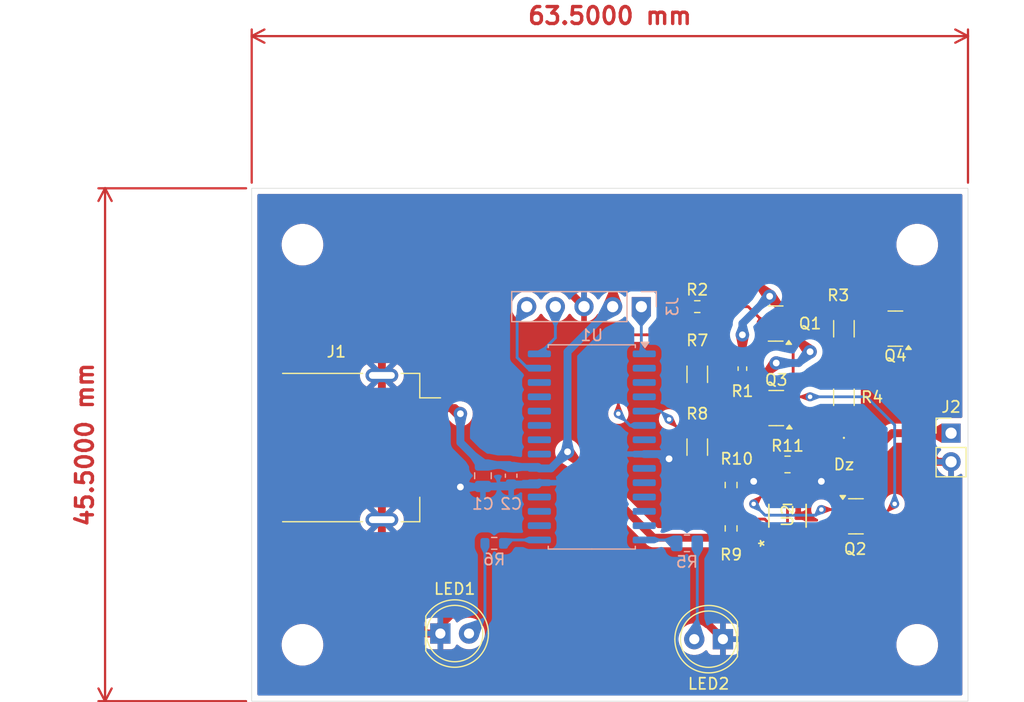
<source format=kicad_pcb>
(kicad_pcb (version 20240108) (generator "pcbnew") (generator_version "8.0")
  (layers (0 "F.Cu" signal) (31 "B.Cu" signal) (34 "B.Paste" user) (35 "F.Paste" user) (36 "B.SilkS" user "B.Silkscreen") (37 "F.SilkS" user "F.Silkscreen") (38 "B.Mask" user) (39 "F.Mask" user) (44 "Edge.Cuts" user))
  (net 0 "")
  (net 1 "/VADC")
  (net 2 "/VDD")
  (net 3 "GND")
  (net 6 "/PGC")
  (net 7 "/PGD")
  (net 8 "/MCLR")
  (net 9 "Net-(LED1-A)")
  (net 10 "Net-(LED2-A)")
  (net 11 "/Power/Control")
  (net 12 "Net-(Q4-B)")
  (net 13 "Net-(Q1-B)")
  (net 14 "Net-(U1-RC3)")
  (net 18 "Net-(U1-RC4)")
  (net 26 "/nEN")
  (net 34 "Net-(BZG05C5V1-M3-08-K)")
  (net 35 "Net-(Q2-B)")
  (net 36 "Net-(U1-RA3)")
  (net 37 "Net-(U2-+)")
  (net 38 "Net-(U2--)")
  (footprint "Package_TO_SOT_SMD:SOT-23" (layer "F.Cu") (at 132.0625 81.45 180)
    (property "Reference" "Q4" (at 0 -2.4 360) (layer "F.SilkS"))
    (property "Value" "BC807-25")
    (fp_line (start 0 1.56) (end 0.65 1.56) (stroke (width 0.12)) (layer "F.SilkS"))
    (fp_line (start 0 1.56) (end -0.65 1.56) (stroke (width 0.12)) (layer "F.SilkS"))
    (fp_line (start 0 -1.56) (end 0.65 -1.56) (stroke (width 0.12)) (layer "F.SilkS"))
    (fp_line (start 0 -1.56) (end -0.65 -1.56) (stroke (width 0.12)) (layer "F.SilkS"))
    (fp_poly (pts (xy -1.1625 -1.51) (xy -1.4025 -1.84) (xy -0.9225 -1.84) (xy -1.1625 -1.51)) (stroke (width 0.12)) (fill solid) (layer "F.SilkS"))
    (pad "1" smd roundrect (at -0.9375 -0.95 180) (size 1.475 0.6) (layers "F.Cu" "F.Paste" "F.Mask") (net 12 "Net-(Q4-B)"))
    (pad "2" smd roundrect (at -0.9375 0.95 180) (size 1.475 0.6) (layers "F.Cu" "F.Paste" "F.Mask") (net 2 "/VDD"))
    (pad "3" smd roundrect (at 0.9375 0 180) (size 1.475 0.6) (layers "F.Cu" "F.Paste" "F.Mask") (net 11 "/Power/Control"))
  )
  (footprint "Resistor_SMD:R_0603_1608Metric" (layer "F.Cu") (at 117.5 99.175 -90)
    (property "Reference" "R9" (at 2.325 0 0) (layer "F.SilkS"))
    (property "Value" "10k")
    (fp_line (start -0.237258 0.5225) (end 0.237258 0.5225) (stroke (width 0.12)) (layer "F.SilkS"))
    (fp_line (start -0.237258 -0.5225) (end 0.237258 -0.5225) (stroke (width 0.12)) (layer "F.SilkS"))
    (pad "1" smd roundrect (at -0.825 0 270) (size 0.8 0.95) (layers "F.Cu" "F.Paste" "F.Mask") (net 37 "Net-(U2-+)"))
    (pad "2" smd roundrect (at 0.825 0 270) (size 0.8 0.95) (layers "F.Cu" "F.Paste" "F.Mask") (net 2 "/VDD"))
  )
  (footprint "Resistor_SMD:R_1206_3216Metric" (layer "F.Cu") (at 114.5 85.5 -90)
    (property "Reference" "R7" (at -3 0 180) (layer "F.SilkS"))
    (property "Value" "680")
    (fp_line (start -0.727064 0.91) (end 0.727064 0.91) (stroke (width 0.12)) (layer "F.SilkS"))
    (fp_line (start -0.727064 -0.91) (end 0.727064 -0.91) (stroke (width 0.12)) (layer "F.SilkS"))
    (pad "1" smd roundrect (at -1.4625 0 270) (size 1.125 1.75) (layers "F.Cu" "F.Paste" "F.Mask") (roundrect_rratio 0.222222) (net 1 "/VADC"))
    (pad "2" smd roundrect (at 1.4625 0 270) (size 1.125 1.75) (layers "F.Cu" "F.Paste" "F.Mask") (roundrect_rratio 0.222222) (net 36 "Net-(U1-RA3)"))
  )
  (footprint "Resistor_SMD:R_0805_2012Metric" (layer "F.Cu") (at 122.5 93.5)
    (property "Reference" "R11" (at 0 -1.65 360) (layer "F.SilkS"))
    (property "Value" "8k4")
    (fp_line (start -0.227064 -0.735) (end 0.227064 -0.735) (stroke (width 0.12)) (layer "F.SilkS"))
    (fp_line (start -0.227064 0.735) (end 0.227064 0.735) (stroke (width 0.12)) (layer "F.SilkS"))
    (pad "1" smd roundrect (at -0.9125 0) (size 1.025 1.4) (layers "F.Cu" "F.Paste" "F.Mask") (roundrect_rratio 0.243902) (net 38 "Net-(U2--)"))
    (pad "2" smd roundrect (at 0.9125 0) (size 1.025 1.4) (layers "F.Cu" "F.Paste" "F.Mask") (roundrect_rratio 0.243902) (net 1 "/VADC"))
  )
  (footprint "Resistor_SMD:R_1206_3216Metric" (layer "F.Cu") (at 114.5 91.9625 -90)
    (property "Reference" "R8" (at -2.9625 0 0) (layer "F.SilkS"))
    (property "Value" "680")
    (fp_line (start -0.727064 0.91) (end 0.727064 0.91) (stroke (width 0.12)) (layer "F.SilkS"))
    (fp_line (start -0.727064 -0.91) (end 0.727064 -0.91) (stroke (width 0.12)) (layer "F.SilkS"))
    (pad "1" smd roundrect (at -1.4625 0 270) (size 1.125 1.75) (layers "F.Cu" "F.Paste" "F.Mask") (roundrect_rratio 0.222222) (net 36 "Net-(U1-RA3)"))
    (pad "2" smd roundrect (at 1.4625 0 270) (size 1.125 1.75) (layers "F.Cu" "F.Paste" "F.Mask") (roundrect_rratio 0.222222) (net 3 "GND"))
  )
  (footprint "Connector_PinHeader_2.54mm:PinHeader_1x02_P2.54mm_Vertical" (layer "F.Cu") (at 137 90.725)
    (property "Reference" "J2" (at 0 -2.33 0) (layer "F.SilkS"))
    (property "Value" "Battery")
    (fp_line (start -1.33 -1.33) (end 0 -1.33) (stroke (width 0.12)) (layer "F.SilkS"))
    (fp_line (start -1.33 0) (end -1.33 -1.33) (stroke (width 0.12)) (layer "F.SilkS"))
    (fp_line (start -1.33 1.27) (end -1.33 3.87) (stroke (width 0.12)) (layer "F.SilkS"))
    (fp_line (start -1.33 1.27) (end 1.33 1.27) (stroke (width 0.12)) (layer "F.SilkS"))
    (fp_line (start -1.33 3.87) (end 1.33 3.87) (stroke (width 0.12)) (layer "F.SilkS"))
    (fp_line (start 1.33 1.27) (end 1.33 3.87) (stroke (width 0.12)) (layer "F.SilkS"))
    (pad "1" thru_hole rect (at 0 0) (size 1.7 1.7) (drill 1) (layers "*.Cu" "*.Mask") (net 1 "/VADC"))
    (pad "2" thru_hole oval (at 0 2.54) (size 1.7 1.7) (drill 1) (layers "*.Cu" "*.Mask") (net 3 "GND"))
  )
  (footprint "Resistor_SMD:R_1206_3216Metric" (layer "F.Cu") (at 127.5 87.5375 -90)
    (property "Reference" "R4" (at 0 -2.5 180) (layer "F.SilkS"))
    (property "Value" "680")
    (fp_line (start -0.727064 0.91) (end 0.727064 0.91) (stroke (width 0.12)) (layer "F.SilkS"))
    (fp_line (start -0.727064 -0.91) (end 0.727064 -0.91) (stroke (width 0.12)) (layer "F.SilkS"))
    (pad "1" smd roundrect (at -1.4625 0 270) (size 1.125 1.75) (layers "F.Cu" "F.Paste" "F.Mask") (roundrect_rratio 0.222222) (net 12 "Net-(Q4-B)"))
    (pad "2" smd roundrect (at 1.4625 0 270) (size 1.125 1.75) (layers "F.Cu" "F.Paste" "F.Mask") (roundrect_rratio 0.222222) (net 34 "Net-(BZG05C5V1-M3-08-K)"))
  )
  (footprint "Resistor_SMD:R_0402_1005Metric" (layer "F.Cu") (at 118.5 85 -90)
    (property "Reference" "R1" (at 2 0 180) (layer "F.SilkS"))
    (property "Value" "2R2")
    (fp_line (start -0.153641 0.38) (end 0.153641 0.38) (stroke (width 0.12)) (layer "F.SilkS"))
    (fp_line (start -0.153641 -0.38) (end 0.153641 -0.38) (stroke (width 0.12)) (layer "F.SilkS"))
    (pad "1" smd roundrect (at -0.51 0 270) (size 0.54 0.64) (layers "F.Cu" "F.Paste" "F.Mask") (net 2 "/VDD"))
    (pad "2" smd roundrect (at 0.51 0 270) (size 0.54 0.64) (layers "F.Cu" "F.Paste" "F.Mask") (net 13 "Net-(Q1-B)"))
  )
  (footprint "LED_THT:LED_D5.0mm" (layer "F.Cu") (at 116.775 109 180)
    (property "Reference" "LED2" (at 1.27 -3.96 0) (layer "F.SilkS"))
    (property "Value" "LED_R")
    (fp_line (start -1.29 -1.545) (end -1.29 1.545) (stroke (width 0.12)) (layer "F.SilkS"))
    (fp_arc (start 4.26 -0.000462) (mid 2.072002 2.880433) (end -1.29 1.54483) (stroke (width 0.12)) (layer "F.SilkS"))
    (fp_arc (start -1.29 -1.54483) (mid 2.072002 -2.880433) (end 4.26 0.000462) (stroke (width 0.12)) (layer "F.SilkS"))
    (fp_circle (center 1.27 0) (end 3.77 0) (stroke (width 0.12)) (fill none) (layer "F.SilkS"))
    (pad "1" thru_hole rect (at 0 0 180) (size 1.8 1.8) (drill 0.9) (layers "*.Cu" "*.Mask") (net 3 "GND"))
    (pad "2" thru_hole circle (at 2.54 0 180) (size 1.8 1.8) (drill 0.9) (layers "*.Cu" "*.Mask") (net 10 "Net-(LED2-A)"))
  )
  (footprint "Diode_SMD:D_0201_0603Metric" (layer "F.Cu") (at 127.5 92 -90)
    (property "Reference" "Dz" (at 1.5 0 180) (layer "F.SilkS"))
    (property "Value" "5V1")
    (fp_circle (center -0.86 0) (end -0.81 0) (stroke (width 0.1)) (fill none) (layer "F.SilkS"))
    (pad "1" smd roundrect (at -0.32 0 270) (size 0.46 0.4) (layers "F.Cu" "F.Mask") (net 34 "Net-(BZG05C5V1-M3-08-K)"))
    (pad "2" smd roundrect (at 0.32 0 270) (size 0.46 0.4) (layers "F.Cu" "F.Mask") (net 1 "/VADC"))
  )
  (footprint "Package_TO_SOT_SMD:SOT-23" (layer "F.Cu") (at 128.5625 98.099998)
    (property "Reference" "Q2" (at -0.0625 2.900002 0) (layer "F.SilkS"))
    (property "Value" "BC807-25")
    (fp_line (start 0 -1.56) (end -0.65 -1.56) (stroke (width 0.12)) (layer "F.SilkS"))
    (fp_line (start 0 -1.56) (end 0.65 -1.56) (stroke (width 0.12)) (layer "F.SilkS"))
    (fp_line (start 0 1.56) (end -0.65 1.56) (stroke (width 0.12)) (layer "F.SilkS"))
    (fp_line (start 0 1.56) (end 0.65 1.56) (stroke (width 0.12)) (layer "F.SilkS"))
    (fp_poly (pts (xy -1.1625 -1.51) (xy -1.4025 -1.84) (xy -0.9225 -1.84) (xy -1.1625 -1.51)) (stroke (width 0.12)) (fill solid) (layer "F.SilkS"))
    (pad "1" smd roundrect (at -0.9375 -0.95) (size 1.475 0.6) (layers "F.Cu" "F.Paste" "F.Mask") (net 35 "Net-(Q2-B)"))
    (pad "2" smd roundrect (at -0.9375 0.95) (size 1.475 0.6) (layers "F.Cu" "F.Paste" "F.Mask") (net 2 "/VDD"))
    (pad "3" smd roundrect (at 0.9375 0) (size 1.475 0.6) (layers "F.Cu" "F.Paste" "F.Mask") (net 11 "/Power/Control"))
  )
  (footprint "Resistor_SMD:R_1206_3216Metric" (layer "F.Cu") (at 127.5 81.4625 -90)
    (property "Reference" "R3" (at -2.9625 0.5 180) (layer "F.SilkS"))
    (property "Value" "1k2")
    (fp_line (start -0.727064 0.91) (end 0.727064 0.91) (stroke (width 0.12)) (layer "F.SilkS"))
    (fp_line (start -0.727064 -0.91) (end 0.727064 -0.91) (stroke (width 0.12)) (layer "F.SilkS"))
    (pad "1" smd roundrect (at -1.4625 0 270) (size 1.125 1.75) (layers "F.Cu" "F.Paste" "F.Mask") (roundrect_rratio 0.222222) (net 2 "/VDD"))
    (pad "2" smd roundrect (at 1.4625 0 270) (size 1.125 1.75) (layers "F.Cu" "F.Paste" "F.Mask") (roundrect_rratio 0.222222) (net 12 "Net-(Q4-B)"))
  )
  (footprint "Resistor_SMD:R_0603_1608Metric" (layer "F.Cu") (at 117.5 95.325 90)
    (property "Reference" "R10" (at 2.325 0.5 180) (layer "F.SilkS"))
    (property "Value" "55k")
    (fp_line (start -0.237258 -0.5225) (end 0.237258 -0.5225) (stroke (width 0.12)) (layer "F.SilkS"))
    (fp_line (start -0.237258 0.5225) (end 0.237258 0.5225) (stroke (width 0.12)) (layer "F.SilkS"))
    (pad "1" smd roundrect (at -0.825 0 90) (size 0.8 0.95) (layers "F.Cu" "F.Paste" "F.Mask") (net 37 "Net-(U2-+)"))
    (pad "2" smd roundrect (at 0.825 0 90) (size 0.8 0.95) (layers "F.Cu" "F.Paste" "F.Mask") (net 3 "GND"))
  )
  (footprint "Resistor_SMD:R_0603_1608Metric" (layer "F.Cu") (at 114.5 79.5 180)
    (property "Reference" "R2" (at 0 1.5 360) (layer "F.SilkS"))
    (property "Value" "4k7")
    (fp_line (start -0.237258 0.5225) (end 0.237258 0.5225) (stroke (width 0.12)) (layer "F.SilkS"))
    (fp_line (start -0.237258 -0.5225) (end 0.237258 -0.5225) (stroke (width 0.12)) (layer "F.SilkS"))
    (pad "1" smd roundrect (at -0.825 0 180) (size 0.8 0.95) (layers "F.Cu" "F.Paste" "F.Mask") (net 11 "/Power/Control"))
    (pad "2" smd roundrect (at 0.825 0 180) (size 0.8 0.95) (layers "F.Cu" "F.Paste" "F.Mask") (net 26 "/nEN"))
  )
  (footprint "MountingHole:MountingHole_3.2mm_M3" (layer "F.Cu") (at 79.5 74)
    (property "Reference" "REF**" (hide yes))
    (property "Value" "MountingHole_3.2mm_M3")
    (pad "" np_thru_hole circle (at 0 0) (size 3.2 3.2) (drill 3.2) (layers "*.Cu" "*.Mask"))
  )
  (footprint "Package_TO_SOT_SMD:SOT-23" (layer "F.Cu") (at 121.45 81 180)
    (property "Reference" "Q1" (at -3.05 0 360) (layer "F.SilkS"))
    (property "Value" "BC807-25")
    (fp_line (start 0 1.56) (end 0.65 1.56) (stroke (width 0.12)) (layer "F.SilkS"))
    (fp_line (start 0 1.56) (end -0.65 1.56) (stroke (width 0.12)) (layer "F.SilkS"))
    (fp_line (start 0 -1.56) (end 0.65 -1.56) (stroke (width 0.12)) (layer "F.SilkS"))
    (fp_line (start 0 -1.56) (end -0.65 -1.56) (stroke (width 0.12)) (layer "F.SilkS"))
    (fp_poly (pts (xy -1.1625 -1.51) (xy -1.4025 -1.84) (xy -0.9225 -1.84) (xy -1.1625 -1.51)) (stroke (width 0.12)) (fill solid) (layer "F.SilkS"))
    (pad "1" smd roundrect (at -0.9375 -0.95 180) (size 1.475 0.6) (layers "F.Cu" "F.Paste" "F.Mask") (net 13 "Net-(Q1-B)"))
    (pad "2" smd roundrect (at -0.9375 0.95 180) (size 1.475 0.6) (layers "F.Cu" "F.Paste" "F.Mask") (net 2 "/VDD"))
    (pad "3" smd roundrect (at 0.9375 0 180) (size 1.475 0.6) (layers "F.Cu" "F.Paste" "F.Mask") (net 11 "/Power/Control"))
  )
  (footprint "MountingHole:MountingHole_3.2mm_M3" (layer "F.Cu") (at 134 109.5)
    (property "Reference" "REF**" (hide yes))
    (property "Value" "MountingHole_3.2mm_M3")
    (pad "" np_thru_hole circle (at 0 0) (size 3.2 3.2) (drill 3.2) (layers "*.Cu" "*.Mask"))
  )
  (footprint "LMV321LILT:SOT23-5L_1P75X3P05X0P95_STM" (layer "F.Cu") (at 122.5 98.049999 90)
    (property "Reference" "U2" (at 0 0 90) (layer "F.SilkS"))
    (property "Value" "~")
    (fp_line (start 1.0033 -1.651) (end -1.0033 -1.651) (stroke (width 0.1524)) (layer "F.SilkS"))
    (fp_line (start 1.0033 0.363261) (end 1.0033 -0.363261) (stroke (width 0.1524)) (layer "F.SilkS"))
    (fp_line (start -1.0033 1.651) (end 1.0033 1.651) (stroke (width 0.1524)) (layer "F.SilkS"))
    (fp_text user "*" (at -2.450001 -2 90) (layer "F.SilkS"))
    (pad "1" smd rect (at -1.36525 -0.950001 90) (size 0.9779 0.508) (layers "F.Cu" "F.Paste" "F.Mask") (net 37 "Net-(U2-+)"))
    (pad "2" smd rect (at -1.36525 0 90) (size 0.9779 0.508) (layers "F.Cu" "F.Paste" "F.Mask") (net 38 "Net-(U2--)"))
    (pad "3" smd rect (at -1.36525 0.950001 90) (size 0.9779 0.508) (layers "F.Cu" "F.Paste" "F.Mask") (net 2 "/VDD"))
    (pad "4" smd rect (at 1.36525 0.950001 90) (size 0.9779 0.508) (layers "F.Cu" "F.Paste" "F.Mask") (net 3 "GND"))
    (pad "5" smd rect (at 1.36525 -0.950001 90) (size 0.9779 0.508) (layers "F.Cu" "F.Paste" "F.Mask") (net 35 "Net-(Q2-B)"))
  )
  (footprint "Connector_USB:USB_A_Receptacle_GCT_USB1046" (layer "F.Cu") (at 82.99 92 -90)
    (property "Reference" "J1" (at -8.5 0.49 180) (layer "F.SilkS"))
    (property "Value" "USB_A")
    (fp_line (start -6.58 -1.84) (end -6.58 5.25) (stroke (width 0.12)) (layer "F.SilkS"))
    (fp_line (start 6.58 -1.84) (end 6.58 5.25) (stroke (width 0.12)) (layer "F.SilkS"))
    (fp_line (start -6.58 -6.91) (end -6.58 -5.26) (stroke (width 0.12)) (layer "F.SilkS"))
    (fp_line (start -4.41 -6.91) (end -6.58 -6.91) (stroke (width 0.12)) (layer "F.SilkS"))
    (fp_line (start -4.41 -6.91) (end -4.41 -8.75) (stroke (width 0.12)) (layer "F.SilkS"))
    (fp_line (start 4.41 -6.91) (end 6.58 -6.91) (stroke (width 0.12)) (layer "F.SilkS"))
    (fp_line (start 6.58 -6.91) (end 6.58 -5.26) (stroke (width 0.12)) (layer "F.SilkS"))
    (pad "1" smd roundrect (at -3.5 -7.25 270) (size 1.3 3) (layers "F.Cu" "F.Paste" "F.Mask") (net 2 "/VDD"))
    (pad "2" smd roundrect (at -1 -7.25 270) (size 1.3 3) (layers "F.Cu" "F.Paste" "F.Mask"))
    (pad "3" smd roundrect (at 1 -7.25 270) (size 1.3 3) (layers "F.Cu" "F.Paste" "F.Mask"))
    (pad "4" smd roundrect (at 3.5 -7.25 270) (size 1.3 3) (layers "F.Cu" "F.Paste" "F.Mask") (net 3 "GND"))
    (pad "5" thru_hole oval (at -6.4 -3.55 270) (size 1.2 2.9) (drill oval 0.6 2.3) (layers "*.Cu" "*.Mask") (net 3 "GND"))
    (pad "5" thru_hole oval (at 6.4 -3.55 270) (size 1.2 2.9) (drill oval 0.6 2.3) (layers "*.Cu" "*.Mask") (net 3 "GND"))
  )
  (footprint "MountingHole:MountingHole_3.2mm_M3" (layer "F.Cu") (at 134 74)
    (property "Reference" "REF**" (hide yes))
    (property "Value" "MountingHole_3.2mm_M3")
    (pad "" np_thru_hole circle (at 0 0) (size 3.2 3.2) (drill 3.2) (layers "*.Cu" "*.Mask"))
  )
  (footprint "LED_THT:LED_D5.0mm" (layer "F.Cu") (at 91.725 108.5)
    (property "Reference" "LED1" (at 1.27 -3.96 0) (layer "F.SilkS"))
    (property "Value" "LED_G")
    (fp_line (start -1.29 -1.545) (end -1.29 1.545) (stroke (width 0.12)) (layer "F.SilkS"))
    (fp_arc (start -1.29 -1.54483) (mid 2.072002 -2.880433) (end 4.26 0.000462) (stroke (width 0.12)) (layer "F.SilkS"))
    (fp_arc (start 4.26 -0.000462) (mid 2.072002 2.880433) (end -1.29 1.54483) (stroke (width 0.12)) (layer "F.SilkS"))
    (fp_circle (center 1.27 0) (end 3.77 0) (stroke (width 0.12)) (fill none) (layer "F.SilkS"))
    (pad "1" thru_hole rect (at 0 0) (size 1.8 1.8) (drill 0.9) (layers "*.Cu" "*.Mask") (net 3 "GND"))
    (pad "2" thru_hole circle (at 2.54 0) (size 1.8 1.8) (drill 0.9) (layers "*.Cu" "*.Mask") (net 9 "Net-(LED1-A)"))
  )
  (footprint "Package_TO_SOT_SMD:SOT-23" (layer "F.Cu") (at 121.5 88.5 180)
    (property "Reference" "Q3" (at 0 2.5 0) (layer "F.SilkS"))
    (property "Value" "BCW68GLT1G")
    (fp_line (start 0 1.56) (end 0.65 1.56) (stroke (width 0.12)) (layer "F.SilkS"))
    (fp_line (start 0 1.56) (end -0.65 1.56) (stroke (width 0.12)) (layer "F.SilkS"))
    (fp_line (start 0 -1.56) (end 0.65 -1.56) (stroke (width 0.12)) (layer "F.SilkS"))
    (fp_line (start 0 -1.56) (end -0.65 -1.56) (stroke (width 0.12)) (layer "F.SilkS"))
    (fp_poly (pts (xy -1.1625 -1.51) (xy -1.4025 -1.84) (xy -0.9225 -1.84) (xy -1.1625 -1.51)) (stroke (width 0.12)) (fill solid) (layer "F.SilkS"))
    (pad "1" smd roundrect (at -0.9375 -0.95 180) (size 1.475 0.6) (layers "F.Cu" "F.Paste" "F.Mask") (net 1 "/VADC"))
    (pad "2" smd roundrect (at -0.9375 0.95 180) (size 1.475 0.6) (layers "F.Cu" "F.Paste" "F.Mask") (net 11 "/Power/Control"))
    (pad "3" smd roundrect (at 0.9375 0 180) (size 1.475 0.6) (layers "F.Cu" "F.Paste" "F.Mask") (net 13 "Net-(Q1-B)"))
  )
  (footprint "MountingHole:MountingHole_3.2mm_M3" (layer "F.Cu") (at 79.5 109.5)
    (property "Reference" "REF**" (hide yes))
    (property "Value" "MountingHole_3.2mm_M3")
    (pad "" np_thru_hole circle (at 0 0) (size 3.2 3.2) (drill 3.2) (layers "*.Cu" "*.Mask"))
  )
  (footprint "Package_SO:SOIC-28W_7.5x17.9mm_P1.27mm" (layer "B.Cu") (at 105.15 91.945 180)
    (property "Reference" "U1" (at 0 9.9 0) (layer "B.SilkS") (effects (justify mirror)))
    (property "Value" "~")
    (fp_line (start 3.86 9.06) (end 0 9.06) (stroke (width 0.12)) (layer "B.SilkS"))
    (fp_line (start 3.86 8.815) (end 3.86 9.06) (stroke (width 0.12)) (layer "B.SilkS"))
    (fp_line (start 3.86 -8.815) (end 3.86 -9.06) (stroke (width 0.12)) (layer "B.SilkS"))
    (fp_line (start 3.86 -9.06) (end 0 -9.06) (stroke (width 0.12)) (layer "B.SilkS"))
    (fp_line (start -3.86 9.06) (end 0 9.06) (stroke (width 0.12)) (layer "B.SilkS"))
    (fp_line (start -3.86 8.815) (end -3.86 9.06) (stroke (width 0.12)) (layer "B.SilkS"))
    (fp_line (start -3.86 -8.815) (end -3.86 -9.06) (stroke (width 0.12)) (layer "B.SilkS"))
    (fp_line (start -3.86 -9.06) (end 0 -9.06) (stroke (width 0.12)) (layer "B.SilkS"))
    (fp_poly (pts (xy -4.7125 8.815) (xy -5.0525 9.285) (xy -4.3725 9.285) (xy -4.7125 8.815)) (stroke (width 0.12)) (fill solid) (layer "B.SilkS"))
    (pad "1" smd roundrect (at -4.65 8.255 180) (size 2.05 0.6) (layers "B.Cu" "B.Paste" "B.Mask") (net 8 "/MCLR"))
    (pad "2" smd roundrect (at -4.65 6.985 180) (size 2.05 0.6) (layers "B.Cu" "B.Paste" "B.Mask"))
    (pad "3" smd roundrect (at -4.65 5.715 180) (size 2.05 0.6) (layers "B.Cu" "B.Paste" "B.Mask"))
    (pad "4" smd roundrect (at -4.65 4.445 180) (size 2.05 0.6) (layers "B.Cu" "B.Paste" "B.Mask"))
    (pad "5" smd roundrect (at -4.65 3.175 180) (size 2.05 0.6) (layers "B.Cu" "B.Paste" "B.Mask") (net 36 "Net-(U1-RA3)"))
    (pad "6" smd roundrect (at -4.65 1.905 180) (size 2.05 0.6) (layers "B.Cu" "B.Paste" "B.Mask") (net 26 "/nEN"))
    (pad "7" smd roundrect (at -4.65 0.635 180) (size 2.05 0.6) (layers "B.Cu" "B.Paste" "B.Mask"))
    (pad "8" smd roundrect (at -4.65 -0.635 180) (size 2.05 0.6) (layers "B.Cu" "B.Paste" "B.Mask") (net 3 "GND"))
    (pad "9" smd roundrect (at -4.65 -1.905 180) (size 2.05 0.6) (layers "B.Cu" "B.Paste" "B.Mask"))
    (pad "10" smd roundrect (at -4.65 -3.175 180) (size 2.05 0.6) (layers "B.Cu" "B.Paste" "B.Mask"))
    (pad "11" smd roundrect (at -4.65 -4.445 180) (size 2.05 0.6) (layers "B.Cu" "B.Paste" "B.Mask"))
    (pad "12" smd roundrect (at -4.65 -5.715 180) (size 2.05 0.6) (layers "B.Cu" "B.Paste" "B.Mask"))
    (pad "13" smd roundrect (at -4.65 -6.985 180) (size 2.05 0.6) (layers "B.Cu" "B.Paste" "B.Mask"))
    (pad "14" smd roundrect (at -4.65 -8.255 180) (size 2.05 0.6) (layers "B.Cu" "B.Paste" "B.Mask") (net 14 "Net-(U1-RC3)"))
    (pad "15" smd roundrect (at 4.65 -8.255 180) (size 2.05 0.6) (layers "B.Cu" "B.Paste" "B.Mask") (net 18 "Net-(U1-RC4)"))
    (pad "16" smd roundrect (at 4.65 -6.985 180) (size 2.05 0.6) (layers "B.Cu" "B.Paste" "B.Mask"))
    (pad "17" smd roundrect (at 4.65 -5.715 180) (size 2.05 0.6) (layers "B.Cu" "B.Paste" "B.Mask"))
    (pad "18" smd roundrect (at 4.65 -4.445 180) (size 2.05 0.6) (layers "B.Cu" "B.Paste" "B.Mask"))
    (pad "19" smd roundrect (at 4.65 -3.175 180) (size 2.05 0.6) (layers "B.Cu" "B.Paste" "B.Mask") (net 3 "GND"))
    (pad "20" smd roundrect (at 4.65 -1.905 180) (size 2.05 0.6) (layers "B.Cu" "B.Paste" "B.Mask") (net 2 "/VDD"))
    (pad "21" smd roundrect (at 4.65 -0.635 180) (size 2.05 0.6) (layers "B.Cu" "B.Paste" "B.Mask"))
    (pad "22" smd roundrect (at 4.65 0.635 180) (size 2.05 0.6) (layers "B.Cu" "B.Paste" "B.Mask"))
    (pad "23" smd roundrect (at 4.65 1.905 180) (size 2.05 0.6) (layers "B.Cu" "B.Paste" "B.Mask"))
    (pad "24" smd roundrect (at 4.65 3.175 180) (size 2.05 0.6) (layers "B.Cu" "B.Paste" "B.Mask"))
    (pad "25" smd roundrect (at 4.65 4.445 180) (size 2.05 0.6) (layers "B.Cu" "B.Paste" "B.Mask"))
    (pad "26" smd roundrect (at 4.65 5.715 180) (size 2.05 0.6) (layers "B.Cu" "B.Paste" "B.Mask"))
    (pad "27" smd roundrect (at 4.65 6.985 180) (size 2.05 0.6) (layers "B.Cu" "B.Paste" "B.Mask") (net 6 "/PGC"))
    (pad "28" smd roundrect (at 4.65 8.255 180) (size 2.05 0.6) (layers "B.Cu" "B.Paste" "B.Mask") (net 7 "/PGD"))
  )
  (footprint "Resistor_SMD:R_0603_1608Metric" (layer "B.Cu") (at 96.5 100.5)
    (property "Reference" "R6" (at 0 1.43 360) (layer "B.SilkS") (effects (justify mirror)))
    (property "Value" "330")
    (fp_line (start 0.237258 -0.5225) (end -0.237258 -0.5225) (stroke (width 0.12)) (layer "B.SilkS"))
    (fp_line (start 0.237258 0.5225) (end -0.237258 0.5225) (stroke (width 0.12)) (layer "B.SilkS"))
    (pad "1" smd roundrect (at -0.825 0) (size 0.8 0.95) (layers "B.Cu" "B.Paste" "B.Mask") (net 9 "Net-(LED1-A)"))
    (pad "2" smd roundrect (at 0.825 0) (size 0.8 0.95) (layers "B.Cu" "B.Paste" "B.Mask") (net 18 "Net-(U1-RC4)"))
  )
  (footprint "Capacitor_SMD:C_0805_2012Metric" (layer "B.Cu") (at 95.5 94.5 -90)
    (property "Reference" "C1" (at 2.5 0 180) (layer "B.SilkS") (effects (justify mirror)))
    (property "Value" "10uF")
    (fp_line (start 0.261252 0.735) (end -0.261252 0.735) (stroke (width 0.12)) (layer "B.SilkS"))
    (fp_line (start 0.261252 -0.735) (end -0.261252 -0.735) (stroke (width 0.12)) (layer "B.SilkS"))
    (pad "1" smd roundrect (at -0.95 0 270) (size 1 1.45) (layers "B.Cu" "B.Paste" "B.Mask") (net 2 "/VDD"))
    (pad "2" smd roundrect (at 0.95 0 270) (size 1 1.45) (layers "B.Cu" "B.Paste" "B.Mask") (net 3 "GND"))
  )
  (footprint "Resistor_SMD:R_0805_2012Metric" (layer "B.Cu") (at 113.5875 100.5)
    (property "Reference" "R5" (at 0 1.65 360) (layer "B.SilkS") (effects (justify mirror)))
    (property "Value" "165")
    (fp_line (start 0.227064 -0.735) (end -0.227064 -0.735) (stroke (width 0.12)) (layer "B.SilkS"))
    (fp_line (start 0.227064 0.735) (end -0.227064 0.735) (stroke (width 0.12)) (layer "B.SilkS"))
    (pad "1" smd roundrect (at -0.9125 0) (size 1.025 1.4) (layers "B.Cu" "B.Paste" "B.Mask") (roundrect_rratio 0.243902) (net 14 "Net-(U1-RC3)"))
    (pad "2" smd roundrect (at 0.9125 0) (size 1.025 1.4) (layers "B.Cu" "B.Paste" "B.Mask") (roundrect_rratio 0.243902) (net 10 "Net-(LED2-A)"))
  )
  (footprint "Connector_PinSocket_2.54mm:PinSocket_1x05_P2.54mm_Vertical" (layer "B.Cu") (at 109.54 79.5 90)
    (property "Reference" "J3" (at 0 2.77 90) (layer "B.SilkS") (effects (justify mirror)))
    (property "Value" "Conn_01x05")
    (fp_line (start 1.33 -11.49) (end -1.33 -11.49) (stroke (width 0.12)) (layer "B.SilkS"))
    (fp_line (start 1.33 -11.49) (end 1.33 -1.27) (stroke (width 0.12)) (layer "B.SilkS"))
    (fp_line (start -1.33 -11.49) (end -1.33 -1.27) (stroke (width 0.12)) (layer "B.SilkS"))
    (fp_line (start 1.33 -1.27) (end -1.33 -1.27) (stroke (width 0.12)) (layer "B.SilkS"))
    (fp_line (start 1.33 0) (end 1.33 1.33) (stroke (width 0.12)) (layer "B.SilkS"))
    (fp_line (start 1.33 1.33) (end 0 1.33) (stroke (width 0.12)) (layer "B.SilkS"))
    (pad "1" thru_hole rect (at 0 0 90) (size 1.7 1.7) (drill 1) (layers "*.Cu" "*.Mask") (net 8 "/MCLR"))
    (pad "2" thru_hole oval (at 0 -2.54 90) (size 1.7 1.7) (drill 1) (layers "*.Cu" "*.Mask") (net 2 "/VDD"))
    (pad "3" thru_hole oval (at 0 -5.08 90) (size 1.7 1.7) (drill 1) (layers "*.Cu" "*.Mask") (net 3 "GND"))
    (pad "4" thru_hole oval (at 0 -7.62 90) (size 1.7 1.7) (drill 1) (layers "*.Cu" "*.Mask") (net 7 "/PGD"))
    (pad "5" thru_hole oval (at 0 -10.16 90) (size 1.7 1.7) (drill 1) (layers "*.Cu" "*.Mask") (net 6 "/PGC"))
  )
  (footprint "Capacitor_SMD:C_0603_1608Metric" (layer "B.Cu") (at 98 94.5 -90)
    (property "Reference" "C2" (at 2.5 0 180) (layer "B.SilkS") (effects (justify mirror)))
    (property "Value" "100nF")
    (fp_line (start 0.14058 0.51) (end -0.14058 0.51) (stroke (width 0.12)) (layer "B.SilkS"))
    (fp_line (start 0.14058 -0.51) (end -0.14058 -0.51) (stroke (width 0.12)) (layer "B.SilkS"))
    (pad "1" smd roundrect (at -0.775 0 270) (size 0.9 0.95) (layers "B.Cu" "B.Paste" "B.Mask") (net 2 "/VDD"))
    (pad "2" smd roundrect (at 0.775 0 270) (size 0.9 0.95) (layers "B.Cu" "B.Paste" "B.Mask") (net 3 "GND"))
  )
  (gr_rect (start 75 69) (end 138.5 114.5) (stroke (width 0.05)) (fill none) (layer "Edge.Cuts"))
  (dimension (type aligned) (layer "F.Cu") (pts (xy 75 114.5) (xy 75 69)) (height -13) (gr_text "45,5000 mm" (at 60.2 91.75 90) (layer "F.Cu") (effects (font (size 1.5 1.5) (thickness 0.3)))) (format (prefix "") (suffix "") (units 3) (units_format 1) (precision 4)) (style (thickness 0.2) (arrow_length 1.27) (text_position_mode 0) (extension_height 0.58642) (extension_offset 0.5) keep_text_aligned))
  (dimension (type aligned) (layer "F.Cu") (pts (xy 75 69) (xy 138.5 69)) (height -13.5) (gr_text "63,5000 mm" (at 106.75 53.7 0) (layer "F.Cu") (effects (font (size 1.5 1.5) (thickness 0.3)))) (format (prefix "") (suffix "") (units 3) (units_format 1) (precision 4)) (style (thickness 0.2) (arrow_length 1.27) (text_position_mode 0) (extension_height 0.58642) (extension_offset 0.5) keep_text_aligned))
  (segment (start 116.5 86.0375) (end 116.5 89) (width 0.7) (layer "F.Cu") (net 1))
  (segment (start 127.5 92.46) (end 128.96 92.46) (width 0.7) (layer "F.Cu") (net 1))
  (segment (start 125.4875 92.5) (end 127.46 92.5) (width 0.7) (layer "F.Cu") (net 1))
  (segment (start 128.96 92.46) (end 129 92.5) (width 0.7) (layer "F.Cu") (net 1))
  (segment (start 114.5 84.0375) (end 116.5 86.0375) (width 0.7) (layer "F.Cu") (net 1))
  (segment (start 124.4875 93.5) (end 125.4875 92.5) (width 0.7) (layer "F.Cu") (net 1))
  (segment (start 127.46 92.5) (end 127.5 92.46) (width 0.7) (layer "F.Cu") (net 1))
  (segment (start 129 92.5) (end 130 92.5) (width 0.7) (layer "F.Cu") (net 1))
  (segment (start 121.8875 90) (end 122.4375 89.45) (width 0.7) (layer "F.Cu") (net 1))
  (segment (start 123.4125 93.5) (end 124.4875 93.5) (width 0.7) (layer "F.Cu") (net 1))
  (segment (start 117.5 90) (end 121.8875 90) (width 0.7) (layer "F.Cu") (net 1))
  (segment (start 131.775 90.725) (end 137 90.725) (width 0.7) (layer "F.Cu") (net 1))
  (segment (start 130 92.5) (end 131.775 90.725) (width 0.7) (layer "F.Cu") (net 1))
  (segment (start 122.4375 89.45) (end 125.4875 92.5) (width 0.7) (layer "F.Cu") (net 1))
  (segment (start 116.5 89) (end 117.5 90) (width 0.7) (layer "F.Cu") (net 1))
  (segment (start 119 101.5) (end 122.5542 101.5) (width 0.7) (layer "F.Cu") (net 2))
  (segment (start 118.5 84.49) (end 118.5 82) (width 0.7) (layer "F.Cu") (net 2))
  (segment (start 117.5 100) (end 110.625001 100) (width 0.7) (layer "F.Cu") (net 2))
  (segment (start 107.5 77.5) (end 119.8375 77.5) (width 0.7) (layer "F.Cu") (net 2))
  (segment (start 110.625001 100) (end 103 92.374999) (width 0.7) (layer "F.Cu") (net 2))
  (segment (start 107 78) (end 107.5 77.5) (width 0.7) (layer "F.Cu") (net 2))
  (segment (start 119.8375 77.5) (end 120.91875 78.58125) (width 0.7) (layer "F.Cu") (net 2))
  (segment (start 123.450001 99.415249) (end 127.259749 99.415249) (width 0.7) (layer "F.Cu") (net 2))
  (segment (start 122.5542 101.5) (end 123.450001 100.604199) (width 0.7) (layer "F.Cu") (net 2))
  (segment (start 93 88.5) (end 93.5 89) (width 0.7) (layer "F.Cu") (net 2))
  (segment (start 127.45 80.05) (end 127.5 80) (width 0.7) (layer "F.Cu") (net 2))
  (segment (start 90.24 88.5) (end 93 88.5) (width 0.7) (layer "F.Cu") (net 2))
  (segment (start 120.91875 78.58125) (end 122.3875 80.05) (width 0.7) (layer "F.Cu") (net 2))
  (segment (start 132.5 80) (end 133 80.5) (width 0.7) (layer "F.Cu") (net 2))
  (segment (start 122.3875 80.05) (end 127.45 80.05) (width 0.7) (layer "F.Cu") (net 2))
  (segment (start 117.5 100) (end 119 101.5) (width 0.7) (layer "F.Cu") (net 2))
  (segment (start 127.259749 99.415249) (end 127.625 99.049998) (width 0.7) (layer "F.Cu") (net 2))
  (segment (start 127.5 80) (end 132.5 80) (width 0.7) (layer "F.Cu") (net 2))
  (segment (start 123.450001 100.604199) (end 123.450001 99.415249) (width 0.7) (layer "F.Cu") (net 2))
  (segment (start 107 79.5) (end 107 78) (width 0.7) (layer "F.Cu") (net 2))
  (via (at 93.5 89) (size 1.2) (drill 0.6) (layers "F.Cu" "B.Cu") (net 2))
  (via (at 103 92.374999) (size 1.2) (drill 0.6) (layers "F.Cu" "B.Cu") (net 2))
  (via (at 118.5 82) (size 1.2) (drill 0.6) (layers "F.Cu" "B.Cu") (net 2))
  (via (at 120.91875 78.58125) (size 1.2) (drill 0.6) (layers "F.Cu" "B.Cu") (net 2))
  (segment (start 100.375 93.725) (end 100.5 93.85) (width 0.7) (layer "B.Cu") (net 2))
  (segment (start 95.5 93.55) (end 97.825 93.55) (width 0.7) (layer "B.Cu") (net 2))
  (segment (start 103 92.374999) (end 101.524999 93.85) (width 0.7) (layer "B.Cu") (net 2))
  (segment (start 93.5 91.55) (end 95.5 93.55) (width 0.7) (layer "B.Cu") (net 2))
  (segment (start 98 93.725) (end 100.375 93.725) (width 0.7) (layer "B.Cu") (net 2))
  (segment (start 118.5 81) (end 120.91875 78.58125) (width 0.7) (layer "B.Cu") (net 2))
  (segment (start 118.5 82) (end 118.5 81) (width 0.7) (layer "B.Cu") (net 2))
  (segment (start 103 83.5) (end 103 92.374999) (width 0.7) (layer "B.Cu") (net 2))
  (segment (start 97.825 93.55) (end 98 93.725) (width 0.7) (layer "B.Cu") (net 2))
  (segment (start 107 79.5) (end 103 83.5) (width 0.7) (layer "B.Cu") (net 2))
  (segment (start 93.5 89) (end 93.5 91.55) (width 0.7) (layer "B.Cu") (net 2))
  (segment (start 101.524999 93.85) (end 100.5 93.85) (width 0.7) (layer "B.Cu") (net 2))
  (segment (start 91.725 108.5) (end 91.725 107.775) (width 0.7) (layer "F.Cu") (net 3))
  (segment (start 116.425 93.425) (end 117.5 94.5) (width 0.7) (layer "F.Cu") (net 3))
  (segment (start 137 93.265) (end 135.765 93.265) (width 0.7) (layer "F.Cu") (net 3))
  (segment (start 90.24 95.5) (end 93.5 95.5) (width 0.7) (layer "F.Cu") (net 3))
  (segment (start 123.815251 96.684749) (end 125.5 95) (width 0.7) (layer "F.Cu") (net 3))
  (segment (start 92.5 77.5) (end 102.46 77.5) (width 0.7) (layer "F.Cu") (net 3))
  (segment (start 114.5 93.425) (end 116.425 93.425) (width 0.7) (layer "F.Cu") (net 3))
  (segment (start 86.54 98.4) (end 86.54 96.46) (width 0.7) (layer "F.Cu") (net 3))
  (segment (start 114.075 93) (end 114.5 93.425) (width 0.7) (layer "F.Cu") (net 3))
  (segment (start 86.54 85.6) (end 86.54 94.54) (width 0.7) (layer "F.Cu") (net 3))
  (segment (start 123.450001 96.684749) (end 123.815251 96.684749) (width 0.7) (layer "F.Cu") (net 3))
  (segment (start 135.5 93) (end 132.5 93) (width 0.7) (layer "F.Cu") (net 3))
  (segment (start 86.54 83.46) (end 92.5 77.5) (width 0.7) (layer "F.Cu") (net 3))
  (segment (start 112 93) (end 114.075 93) (width 0.7) (layer "F.Cu") (net 3))
  (segment (start 87.5 95.5) (end 90.24 95.5) (width 0.7) (layer "F.Cu") (net 3))
  (segment (start 117.5 94.5) (end 119 94.5) (width 0.7) (layer "F.Cu") (net 3))
  (segment (start 136.765 93.5) (end 137 93.265) (width 0.7) (layer "F.Cu") (net 3))
  (segment (start 93 106.5) (end 114.275 106.5) (width 0.7) (layer "F.Cu") (net 3))
  (segment (start 126 94.5) (end 125.5 95) (width 0.7) (layer "F.Cu") (net 3))
  (segment (start 90.5 108.5) (end 91.725 108.5) (width 0.7) (layer "F.Cu") (net 3))
  (segment (start 86.54 104.54) (end 90.5 108.5) (width 0.7) (layer "F.Cu") (net 3))
  (segment (start 91.725 107.775) (end 93 106.5) (width 0.7) (layer "F.Cu") (net 3))
  (segment (start 86.54 98.4) (end 86.54 104.54) (width 0.7) (layer "F.Cu") (net 3))
  (segment (start 86.54 94.54) (end 87.5 95.5) (width 0.7) (layer "F.Cu") (net 3))
  (segment (start 114.275 106.5) (end 116.775 109) (width 0.7) (layer "F.Cu") (net 3))
  (segment (start 86.54 96.46) (end 87.5 95.5) (width 0.7) (layer "F.Cu") (net 3))
  (segment (start 132.5 93) (end 131 94.5) (width 0.7) (layer "F.Cu") (net 3))
  (segment (start 102.46 77.5) (end 104.46 79.5) (width 0.7) (layer "F.Cu") (net 3))
  (segment (start 135.765 93.265) (end 135.5 93) (width 0.7) (layer "F.Cu") (net 3))
  (segment (start 131 94.5) (end 126 94.5) (width 0.7) (layer "F.Cu") (net 3))
  (segment (start 86.54 85.6) (end 86.54 83.46) (width 0.7) (layer "F.Cu") (net 3))
  (segment (start 119 94.5) (end 119.5 95) (width 0.7) (layer "F.Cu") (net 3))
  (via (at 112 93) (size 1.2) (drill 0.6) (layers "F.Cu" "B.Cu") (net 3))
  (via (at 125.5 95) (size 1.2) (drill 0.6) (layers "F.Cu" "B.Cu") (net 3))
  (via (at 119.5 95) (size 1.2) (drill 0.6) (layers "F.Cu" "B.Cu") (net 3))
  (via (at 93.5 95.5) (size 1.2) (drill 0.6) (layers "F.Cu" "B.Cu") (net 3))
  (segment (start 119.5 95) (end 125.5 95) (width 0.7) (layer "B.Cu") (net 3))
  (segment (start 95.45 95.5) (end 95.5 95.45) (width 0.7) (layer "B.Cu") (net 3))
  (segment (start 100.345 95.275) (end 100.5 95.12) (width 0.7) (layer "B.Cu") (net 3))
  (segment (start 95.5 95.45) (end 97.825 95.45) (width 0.7) (layer "B.Cu") (net 3))
  (segment (start 109.8 92.58) (end 111.58 92.58) (width 0.7) (layer "B.Cu") (net 3))
  (segment (start 111.58 92.58) (end 112 93) (width 0.7) (layer "B.Cu") (net 3))
  (segment (start 93.5 95.5) (end 95.45 95.5) (width 0.7) (layer "B.Cu") (net 3))
  (segment (start 97.825 95.45) (end 98 95.275) (width 0.7) (layer "B.Cu") (net 3))
  (segment (start 98 95.275) (end 100.345 95.275) (width 0.7) (layer "B.Cu") (net 3))
  (segment (start 98.53 80.35) (end 99.38 79.5) (width 0.25) (layer "B.Cu") (net 6))
  (segment (start 100.5 84.96) (end 99.475001 84.96) (width 0.25) (layer "B.Cu") (net 6))
  (segment (start 99.475001 84.96) (end 98.53 84.014999) (width 0.25) (layer "B.Cu") (net 6))
  (segment (start 98.53 84.014999) (end 98.53 80.35) (width 0.25) (layer "B.Cu") (net 6))
  (segment (start 100.5 83.69) (end 101.92 82.27) (width 0.25) (layer "B.Cu") (net 7))
  (segment (start 101.92 82.27) (end 101.92 79.5) (width 0.25) (layer "B.Cu") (net 7))
  (segment (start 109.54 79.5) (end 109.54 83.43) (width 0.25) (layer "B.Cu") (net 8))
  (segment (start 109.54 83.43) (end 109.8 83.69) (width 0.25) (layer "B.Cu") (net 8))
  (segment (start 95.675 100.5) (end 95.675 107.09) (width 0.25) (layer "B.Cu") (net 9))
  (segment (start 95.675 107.09) (end 94.265 108.5) (width 0.25) (layer "B.Cu") (net 9))
  (segment (start 114.5 108.735) (end 114.235 109) (width 0.25) (layer "B.Cu") (net 10))
  (segment (start 114.5 100.5) (end 114.5 108.735) (width 0.25) (layer "B.Cu") (net 10))
  (segment (start 120.5125 82.0125) (end 121.5 83) (width 0.25) (layer "F.Cu") (net 11))
  (segment (start 130.900002 98.099998) (end 132 97) (width 0.25) (layer "F.Cu") (net 11))
  (segment (start 120.5125 81) (end 120.5125 82.0125) (width 0.25) (layer "F.Cu") (net 11))
  (segment (start 125 81.5) (end 126 81.5) (width 0.25) (layer "F.Cu") (net 11))
  (segment (start 119.0125 79.5) (end 120.5125 81) (width 0.25) (layer "F.Cu") (net 11))
  (segment (start 120.5125 81) (end 124.5 81) (width 0.25) (layer "F.Cu") (net 11))
  (segment (start 123 83.5) (end 123 86.9875) (width 0.25) (layer "F.Cu") (net 11))
  (segment (start 122.4875 87.5) (end 122.4375 87.55) (width 0.25) (layer "F.Cu") (net 11))
  (segment (start 121.5 83) (end 122.5 83) (width 0.25) (layer "F.Cu") (net 11))
  (segment (start 126 81.5) (end 126.05 81.45) (width 0.25) (layer "F.Cu") (net 11))
  (segment (start 115.325 79.5) (end 119.0125 79.5) (width 0.25) (layer "F.Cu") (net 11))
  (segment (start 129.5 98.099998) (end 130.900002 98.099998) (width 0.25) (layer "F.Cu") (net 11))
  (segment (start 124.5 81) (end 125 81.5) (width 0.25) (layer "F.Cu") (net 11))
  (segment (start 123 86.9875) (end 122.4375 87.55) (width 0.25) (layer "F.Cu") (net 11))
  (segment (start 122.5 83) (end 123 83.5) (width 0.25) (layer "F.Cu") (net 11))
  (segment (start 126.05 81.45) (end 131.125 81.45) (width 0.25) (layer "F.Cu") (net 11))
  (segment (start 124.5 87.5) (end 122.4875 87.5) (width 0.25) (layer "F.Cu") (net 11))
  (via (at 124.5 87.5) (size 0.8) (drill 0.4) (layers "F.Cu" "B.Cu") (net 11))
  (via (at 132 97) (size 0.8) (drill 0.4) (layers "F.Cu" "B.Cu") (net 11))
  (segment (start 132 97) (end 132 90) (width 0.25) (layer "B.Cu") (net 11))
  (segment (start 132 90) (end 129.5 87.5) (width 0.25) (layer "B.Cu") (net 11))
  (segment (start 129.5 87.5) (end 124.5 87.5) (width 0.25) (layer "B.Cu") (net 11))
  (segment (start 132.475 82.925) (end 133 82.4) (width 0.25) (layer "F.Cu") (net 12))
  (segment (start 127.5 82.925) (end 127.5 86.075) (width 0.25) (layer "F.Cu") (net 12))
  (segment (start 127.5 82.925) (end 132.475 82.925) (width 0.25) (layer "F.Cu") (net 12))
  (segment (start 118.5 85.51) (end 118.5 86.4375) (width 0.7) (layer "F.Cu") (net 13))
  (segment (start 118.5 86.4375) (end 120.5625 88.5) (width 0.7) (layer "F.Cu") (net 13))
  (segment (start 124.5 83.5) (end 122.95 81.95) (width 0.7) (layer "F.Cu") (net 13))
  (segment (start 120.49 85.51) (end 121.5 84.5) (width 0.7) (layer "F.Cu") (net 13))
  (segment (start 122.95 81.95) (end 122.3875 81.95) (width 0.7) (layer "F.Cu") (net 13))
  (segment (start 118.5 85.51) (end 120.49 85.51) (width 0.7) (layer "F.Cu") (net 13))
  (via (at 124.5 83.5) (size 1.2) (drill 0.6) (layers "F.Cu" "B.Cu") (net 13))
  (via (at 121.5 84.5) (size 1.2) (drill 0.6) (layers "F.Cu" "B.Cu") (net 13))
  (segment (start 123.5 84.5) (end 124.5 83.5) (width 0.7) (layer "B.Cu") (net 13))
  (segment (start 121.5 84.5) (end 123.5 84.5) (width 0.7) (layer "B.Cu") (net 13))
  (segment (start 112.375 100.2) (end 112.675 100.5) (width 0.25) (layer "B.Cu") (net 14))
  (segment (start 109.8 100.2) (end 112.375 100.2) (width 0.25) (layer "B.Cu") (net 14))
  (segment (start 97.625 100.2) (end 97.325 100.5) (width 0.25) (layer "B.Cu") (net 18))
  (segment (start 100.5 100.2) (end 97.625 100.2) (width 0.25) (layer "B.Cu") (net 18))
  (segment (start 112.5 80.675) (end 113.675 79.5) (width 0.25) (layer "F.Cu") (net 26))
  (segment (start 112 82) (end 110 82) (width 0.25) (layer "F.Cu") (net 26))
  (segment (start 110 82) (end 108 82) (width 0.25) (layer "F.Cu") (net 26))
  (segment (start 112.5 81.5) (end 112 82) (width 0.25) (layer "F.Cu") (net 26))
  (segment (start 112.5 81.5) (end 112.5 80.675) (width 0.25) (layer "F.Cu") (net 26))
  (segment (start 107.5 82.5) (end 107.5 89) (width 0.25) (layer "F.Cu") (net 26))
  (segment (start 108 82) (end 107.5 82.5) (width 0.25) (layer "F.Cu") (net 26))
  (via (at 107.5 89) (size 0.8) (drill 0.4) (layers "F.Cu" "B.Cu") (net 26))
  (segment (start 108.54 90.04) (end 109.8 90.04) (width 0.25) (layer "B.Cu") (net 26))
  (segment (start 107.5 89) (end 108.54 90.04) (width 0.25) (layer "B.Cu") (net 26))
  (segment (start 127.5 89) (end 127.5 91.68) (width 0.25) (layer "F.Cu") (net 34))
  (segment (start 120.5 96) (end 119.5 97) (width 0.25) (layer "F.Cu") (net 35))
  (segment (start 121.549999 96.684749) (end 121.549999 96.549999) (width 0.25) (layer "F.Cu") (net 35))
  (segment (start 125.5 97.5) (end 127.274998 97.5) (width 0.25) (layer "F.Cu") (net 35))
  (segment (start 121.549999 96.549999) (end 121 96) (width 0.25) (layer "F.Cu") (net 35))
  (segment (start 121 96) (end 120.5 96) (width 0.25) (layer "F.Cu") (net 35))
  (segment (start 127.274998 97.5) (end 127.625 97.149998) (width 0.25) (layer "F.Cu") (net 35))
  (via (at 119.5 97) (size 0.8) (drill 0.4) (layers "F.Cu" "B.Cu") (net 35))
  (via (at 125.5 97.5) (size 0.8) (drill 0.4) (layers "F.Cu" "B.Cu") (net 35))
  (segment (start 120.5 98) (end 121 98) (width 0.25) (layer "B.Cu") (net 35))
  (segment (start 119.5 97) (end 120.5 98) (width 0.25) (layer "B.Cu") (net 35))
  (segment (start 125 98) (end 125.5 97.5) (width 0.25) (layer "B.Cu") (net 35))
  (segment (start 121 98) (end 125 98) (width 0.25) (layer "B.Cu") (net 35))
  (segment (start 114.5 86.9625) (end 114.5 90.5) (width 0.25) (layer "F.Cu") (net 36))
  (segment (start 112 89.5) (end 113 90.5) (width 0.25) (layer "F.Cu") (net 36))
  (segment (start 113 90.5) (end 114.5 90.5) (width 0.25) (layer "F.Cu") (net 36))
  (via (at 112 89.5) (size 0.8) (drill 0.4) (layers "F.Cu" "B.Cu") (net 36))
  (segment (start 109.8 88.77) (end 111.27 88.77) (width 0.25) (layer "B.Cu") (net 36))
  (segment (start 111.27 88.77) (end 112 89.5) (width 0.25) (layer "B.Cu") (net 36))
  (segment (start 117.5 98.35) (end 120.48475 98.35) (width 0.25) (layer "F.Cu") (net 37))
  (segment (start 120.48475 98.35) (end 121.549999 99.415249) (width 0.25) (layer "F.Cu") (net 37))
  (segment (start 121.549999 99.049999) (end 121.549999 99.415249) (width 0.25) (layer "F.Cu") (net 37))
  (segment (start 117.5 96.15) (end 117.5 98.35) (width 0.25) (layer "F.Cu") (net 37))
  (segment (start 121.5875 93.5) (end 121.5875 94.0875) (width 0.25) (layer "F.Cu") (net 38))
  (segment (start 122.5 95) (end 122.5 99.415249) (width 0.25) (layer "F.Cu") (net 38))
  (segment (start 121.5875 94.0875) (end 122.5 95) (width 0.25) (layer "F.Cu") (net 38))
  (zone (net 0) (net_name "") (layer "F.Cu") (connect_pads (clearance 0)) (min_thickness 0.25)
    (keepout (tracks allowed) (vias allowed) (pads allowed) (copperpour not_allowed) (footprints allowed))
    (fill (thermal_gap 0.5) (thermal_bridge_width 0.5))
    (polygon (pts (xy 119.5 80) (xy 119.5 90.5) (xy 112.5 90.5) (xy 112.5 80)))
  )
  (zone (net 0) (net_name "") (layer "F.Cu") (connect_pads (clearance 0)) (min_thickness 0.25)
    (keepout (tracks allowed) (vias allowed) (pads allowed) (copperpour not_allowed) (footprints allowed))
    (fill (thermal_gap 0.5) (thermal_bridge_width 0.5))
    (polygon (pts (xy 108 81.5) (xy 108 78) (xy 113.5 78) (xy 113.5 81.5)))
  )
  (zone (net 3) (net_name "GND") (layer "F.Cu") (connect_pads (clearance 0.5)) (min_thickness 0.25) (fill yes (thermal_gap 0.5) (thermal_bridge_width 0.5))
    (polygon (pts (xy 75 69) (xy 138.5 69) (xy 138.5 114.5) (xy 75 114.5)))
  )
  (zone (net 0) (net_name "") (layer "F.Cu") (connect_pads (clearance 0)) (min_thickness 0.25)
    (keepout (tracks allowed) (vias allowed) (pads allowed) (copperpour not_allowed) (footprints allowed))
    (fill (thermal_gap 0.5) (thermal_bridge_width 0.5))
    (polygon (pts (xy 121.45 81) (xy 129 81) (xy 129 91.5) (xy 121.5 91.5)))
  )
  (zone (net 3) (net_name "GND") (layer "B.Cu") (priority 1) (connect_pads (clearance 0.5)) (min_thickness 0.25) (fill yes (thermal_gap 0.5) (thermal_bridge_width 0.5))
    (polygon (pts (xy 75 69) (xy 138.5 69) (xy 138.5 114.5) (xy 75 114.5)))
  )
)
</source>
